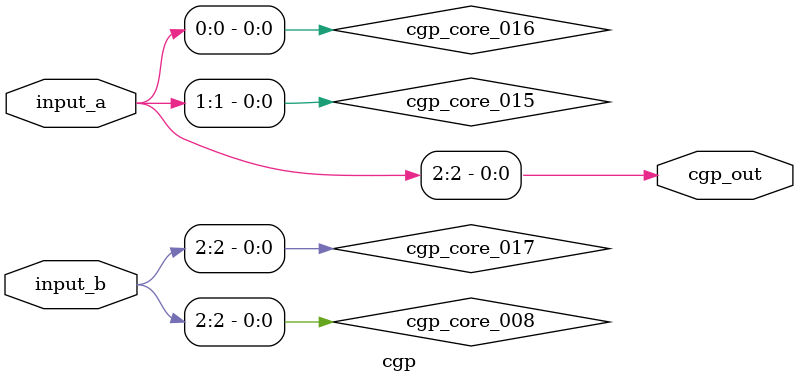
<source format=v>
module cgp(input [2:0] input_a, input [2:0] input_b, output [0:0] cgp_out);
  wire cgp_core_008;
  wire cgp_core_009;
  wire cgp_core_012_not;
  wire cgp_core_013;
  wire cgp_core_014;
  wire cgp_core_015;
  wire cgp_core_016;
  wire cgp_core_017;
  wire cgp_core_018;
  wire cgp_core_019;
  wire cgp_core_021;

  assign cgp_core_008 = input_b[2] | input_b[2];
  assign cgp_core_009 = ~(input_b[0] ^ input_a[2]);
  assign cgp_core_012_not = ~input_a[1];
  assign cgp_core_013 = ~input_b[2];
  assign cgp_core_014 = ~input_a[0];
  assign cgp_core_015 = input_a[1] | input_a[1];
  assign cgp_core_016 = input_a[0] | input_a[0];
  assign cgp_core_017 = input_b[2] & input_b[2];
  assign cgp_core_018 = ~(input_b[0] & input_a[1]);
  assign cgp_core_019 = ~(input_a[2] ^ input_a[1]);
  assign cgp_core_021 = ~(input_b[0] & input_a[1]);

  assign cgp_out[0] = input_a[2];
endmodule
</source>
